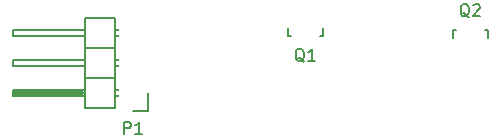
<source format=gbr>
G04 #@! TF.FileFunction,Legend,Top*
%FSLAX46Y46*%
G04 Gerber Fmt 4.6, Leading zero omitted, Abs format (unit mm)*
G04 Created by KiCad (PCBNEW 4.0.2-stable) date 9/4/2016 3:04:17 AM*
%MOMM*%
G01*
G04 APERTURE LIST*
%ADD10C,0.100000*%
%ADD11C,0.150000*%
%ADD12C,2.099260*%
%ADD13R,2.099260X2.099260*%
%ADD14R,1.200100X1.200100*%
%ADD15C,2.398980*%
%ADD16C,4.400000*%
%ADD17R,4.400000X4.400000*%
%ADD18R,2.432000X2.127200*%
%ADD19O,2.432000X2.127200*%
G04 APERTURE END LIST*
D10*
D11*
X140305840Y-104427020D02*
X140354100Y-104427020D01*
X143104820Y-103725980D02*
X143104820Y-104427020D01*
X143104820Y-104427020D02*
X142855900Y-104427020D01*
X140305840Y-104427020D02*
X140105180Y-104427020D01*
X140105180Y-104427020D02*
X140105180Y-103725980D01*
X156874160Y-103852980D02*
X156825900Y-103852980D01*
X154075180Y-104554020D02*
X154075180Y-103852980D01*
X154075180Y-103852980D02*
X154324100Y-103852980D01*
X156874160Y-103852980D02*
X157074820Y-103852980D01*
X157074820Y-103852980D02*
X157074820Y-104554020D01*
X128300000Y-110770000D02*
X128300000Y-109220000D01*
X127000000Y-110770000D02*
X128300000Y-110770000D01*
X122809000Y-109347000D02*
X116967000Y-109347000D01*
X116967000Y-109347000D02*
X116967000Y-109093000D01*
X116967000Y-109093000D02*
X122809000Y-109093000D01*
X122809000Y-109093000D02*
X122809000Y-109220000D01*
X122809000Y-109220000D02*
X116967000Y-109220000D01*
X125476000Y-109474000D02*
X125857000Y-109474000D01*
X125476000Y-108966000D02*
X125857000Y-108966000D01*
X125476000Y-106934000D02*
X125857000Y-106934000D01*
X125476000Y-106426000D02*
X125857000Y-106426000D01*
X125476000Y-104394000D02*
X125857000Y-104394000D01*
X125476000Y-103886000D02*
X125857000Y-103886000D01*
X122936000Y-107950000D02*
X122936000Y-110490000D01*
X116840000Y-108966000D02*
X122936000Y-108966000D01*
X116840000Y-109474000D02*
X116840000Y-108966000D01*
X122936000Y-109474000D02*
X116840000Y-109474000D01*
X125476000Y-107950000D02*
X122936000Y-107950000D01*
X125476000Y-110490000D02*
X125476000Y-107950000D01*
X125476000Y-110490000D02*
X122936000Y-110490000D01*
X125476000Y-105410000D02*
X122936000Y-105410000D01*
X125476000Y-105410000D02*
X125476000Y-102870000D01*
X122936000Y-104394000D02*
X116840000Y-104394000D01*
X116840000Y-104394000D02*
X116840000Y-103886000D01*
X116840000Y-103886000D02*
X122936000Y-103886000D01*
X122936000Y-102870000D02*
X122936000Y-105410000D01*
X122936000Y-105410000D02*
X122936000Y-107950000D01*
X116840000Y-106426000D02*
X122936000Y-106426000D01*
X116840000Y-106934000D02*
X116840000Y-106426000D01*
X122936000Y-106934000D02*
X116840000Y-106934000D01*
X125476000Y-105410000D02*
X122936000Y-105410000D01*
X125476000Y-107950000D02*
X125476000Y-105410000D01*
X125476000Y-107950000D02*
X122936000Y-107950000D01*
X125476000Y-102870000D02*
X122936000Y-102870000D01*
X141509762Y-106574399D02*
X141414524Y-106526780D01*
X141319286Y-106431542D01*
X141176429Y-106288685D01*
X141081190Y-106241066D01*
X140985952Y-106241066D01*
X141033571Y-106479161D02*
X140938333Y-106431542D01*
X140843095Y-106336304D01*
X140795476Y-106145828D01*
X140795476Y-105812494D01*
X140843095Y-105622018D01*
X140938333Y-105526780D01*
X141033571Y-105479161D01*
X141224048Y-105479161D01*
X141319286Y-105526780D01*
X141414524Y-105622018D01*
X141462143Y-105812494D01*
X141462143Y-106145828D01*
X141414524Y-106336304D01*
X141319286Y-106431542D01*
X141224048Y-106479161D01*
X141033571Y-106479161D01*
X142414524Y-106479161D02*
X141843095Y-106479161D01*
X142128809Y-106479161D02*
X142128809Y-105479161D01*
X142033571Y-105622018D01*
X141938333Y-105717256D01*
X141843095Y-105764875D01*
X155479762Y-102800839D02*
X155384524Y-102753220D01*
X155289286Y-102657982D01*
X155146429Y-102515125D01*
X155051190Y-102467506D01*
X154955952Y-102467506D01*
X155003571Y-102705601D02*
X154908333Y-102657982D01*
X154813095Y-102562744D01*
X154765476Y-102372268D01*
X154765476Y-102038934D01*
X154813095Y-101848458D01*
X154908333Y-101753220D01*
X155003571Y-101705601D01*
X155194048Y-101705601D01*
X155289286Y-101753220D01*
X155384524Y-101848458D01*
X155432143Y-102038934D01*
X155432143Y-102372268D01*
X155384524Y-102562744D01*
X155289286Y-102657982D01*
X155194048Y-102705601D01*
X155003571Y-102705601D01*
X155813095Y-101800839D02*
X155860714Y-101753220D01*
X155955952Y-101705601D01*
X156194048Y-101705601D01*
X156289286Y-101753220D01*
X156336905Y-101800839D01*
X156384524Y-101896077D01*
X156384524Y-101991315D01*
X156336905Y-102134172D01*
X155765476Y-102705601D01*
X156384524Y-102705601D01*
X126261905Y-112672381D02*
X126261905Y-111672381D01*
X126642858Y-111672381D01*
X126738096Y-111720000D01*
X126785715Y-111767619D01*
X126833334Y-111862857D01*
X126833334Y-112005714D01*
X126785715Y-112100952D01*
X126738096Y-112148571D01*
X126642858Y-112196190D01*
X126261905Y-112196190D01*
X127785715Y-112672381D02*
X127214286Y-112672381D01*
X127500000Y-112672381D02*
X127500000Y-111672381D01*
X127404762Y-111815238D01*
X127309524Y-111910476D01*
X127214286Y-111958095D01*
%LPC*%
D12*
X130810000Y-99060000D03*
D13*
X130810000Y-109220000D03*
D12*
X137160000Y-99060000D03*
D13*
X137160000Y-109220000D03*
D14*
X142555000Y-102776020D03*
X140655000Y-102776020D03*
X141605000Y-104775000D03*
X154625000Y-105503980D03*
X156525000Y-105503980D03*
X155575000Y-103505000D03*
D15*
X133985000Y-109220000D03*
X133985000Y-99060000D03*
D16*
X148590000Y-101220000D03*
D17*
X148590000Y-107220000D03*
D18*
X127000000Y-109220000D03*
D19*
X127000000Y-106680000D03*
X127000000Y-104140000D03*
D18*
X160655000Y-109982000D03*
D19*
X160655000Y-107442000D03*
X160655000Y-104902000D03*
M02*

</source>
